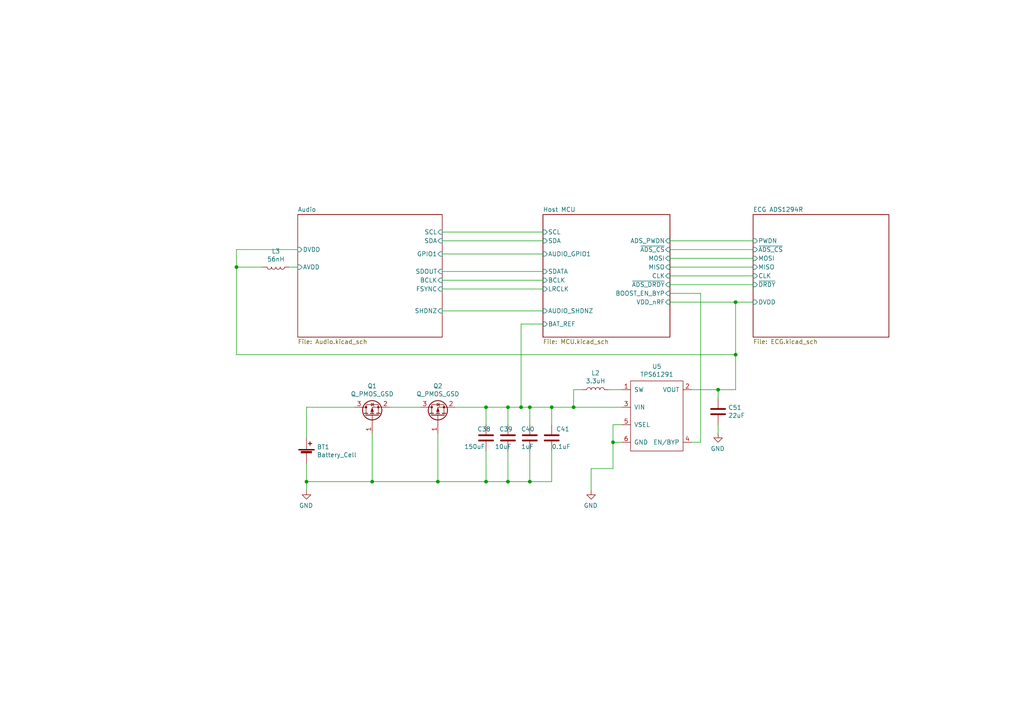
<source format=kicad_sch>
(kicad_sch (version 20250114) (generator "eeschema") (generator_version "9.0")
  (paper "A4")
  (lib_symbols
    (symbol "Device:Battery_Cell" (pin_numbers (hide yes)) (pin_names (offset 0) (hide yes))
      (property "Reference" "BT" (at 2.54 2.54 0))
      (property "Value" "Device_Battery_Cell" (at 2.54 0 0))
      (symbol "Battery_Cell_0_1"
        (rectangle (start -2.286 1.778) (end 2.286 1.524) (fill (type outline)))
        (rectangle (start -1.5748 1.1938) (end 1.4732 0.6858) (fill (type outline)))
        (polyline (pts (xy 0 1.778) (xy 0 2.54)))
        (polyline (pts (xy 0 0.762) (xy 0 0)))
        (polyline (pts (xy 0.508 3.429) (xy 1.524 3.429)) (stroke (width 0.254)))
        (polyline (pts (xy 1.016 3.937) (xy 1.016 2.921)) (stroke (width 0.254)))
      )
      (symbol "Battery_Cell_1_1"
        (pin passive line (at 0 5.08 270) (length 2.54) (name "+") (number "1"))
        (pin passive line (at 0 -2.54 90) (length 2.54) (name "-") (number "2"))
      )
    )
    (symbol "Device:C" (pin_numbers (hide yes)) (pin_names (offset 0.254))
      (property "Reference" "C" (at 0.635 2.54 0))
      (property "Value" "Device_C" (at 0.635 -2.54 0))
      (symbol "C_0_1"
        (polyline (pts (xy -2.032 0.762) (xy 2.032 0.762)) (stroke (width 0.508)))
        (polyline (pts (xy -2.032 -0.762) (xy 2.032 -0.762)) (stroke (width 0.508)))
      )
      (symbol "C_1_1"
        (pin passive line (at 0 3.81 270) (length 2.794) (name "~") (number "1"))
        (pin passive line (at 0 -3.81 90) (length 2.794) (name "~") (number "2"))
      )
    )
    (symbol "Device:L" (pin_numbers (hide yes)) (pin_names (offset 1.016) (hide yes))
      (property "Reference" "L" (at -1.27 0 90))
      (property "Value" "Device_L" (at 1.905 0 90))
      (symbol "L_0_1"
        (arc (start 0 2.54) (mid 0.635 1.905) (end 0 1.27))
        (arc (start 0 1.27) (mid 0.635 0.635) (end 0 0))
        (arc (start 0 0) (mid 0.635 -0.635) (end 0 -1.27))
        (arc (start 0 -1.27) (mid 0.635 -1.905) (end 0 -2.54))
      )
      (symbol "L_1_1"
        (pin passive line (at 0 3.81 270) (length 1.27) (name "1") (number "1"))
        (pin passive line (at 0 -3.81 90) (length 1.27) (name "2") (number "2"))
      )
    )
    (symbol "Device:Q_PMOS_GSD" (pin_names (offset 0) (hide yes))
      (property "Reference" "Q" (at 5.08 1.27 0))
      (property "Value" "Device_Q_PMOS_GSD" (at 5.08 -1.27 0))
      (symbol "Q_PMOS_GSD_0_1"
        (polyline (pts (xy 0.254 1.905) (xy 0.254 -1.905)) (stroke (width 0.254)))
        (polyline (pts (xy 0.254 0) (xy -2.54 0)))
        (polyline (pts (xy 0.762 2.286) (xy 0.762 1.27)) (stroke (width 0.254)))
        (polyline (pts (xy 0.762 1.778) (xy 3.302 1.778) (xy 3.302 -1.778) (xy 0.762 -1.778)))
        (polyline (pts (xy 0.762 0.508) (xy 0.762 -0.508)) (stroke (width 0.254)))
        (polyline (pts (xy 0.762 -1.27) (xy 0.762 -2.286)) (stroke (width 0.254)))
        (circle (center 1.651 0) (radius 2.794) (stroke (width 0.254)))
        (polyline (pts (xy 2.286 0) (xy 1.27 0.381) (xy 1.27 -0.381) (xy 2.286 0)) (fill (type outline)))
        (polyline (pts (xy 2.54 2.54) (xy 2.54 1.778)))
        (circle (center 2.54 1.778) (radius 0.254) (fill (type outline)))
        (circle (center 2.54 -1.778) (radius 0.254) (fill (type outline)))
        (polyline (pts (xy 2.54 -2.54) (xy 2.54 0) (xy 0.762 0)))
        (polyline (pts (xy 2.794 -0.508) (xy 2.921 -0.381) (xy 3.683 -0.381) (xy 3.81 -0.254)))
        (polyline (pts (xy 3.302 -0.381) (xy 2.921 0.254) (xy 3.683 0.254) (xy 3.302 -0.381)))
      )
      (symbol "Q_PMOS_GSD_1_1"
        (pin input line (at -5.08 0 0) (length 2.54) (name "G") (number "1"))
        (pin passive line (at 2.54 5.08 270) (length 2.54) (name "D") (number "3"))
        (pin passive line (at 2.54 -5.08 90) (length 2.54) (name "S") (number "2"))
      )
    )
    (symbol "mobmon_fold:TPS61291" (pin_names (offset 1.016))
      (property "Reference" "U" (at 0 11.43 0))
      (property "Value" "TPS61291" (at 0 -13.97 0))
      (symbol "TPS61291_0_1"
        (rectangle (start -7.62 -10.16) (end 7.62 10.16))
      )
      (symbol "TPS61291_1_1"
        (pin input line (at -10.16 7.62 0) (length 2.54) (name "SW") (number "1"))
        (pin input line (at -10.16 2.54 0) (length 2.54) (name "VIN") (number "3"))
        (pin input line (at -10.16 -2.54 0) (length 2.54) (name "VSEL") (number "5"))
        (pin input line (at -10.16 -7.62 0) (length 2.54) (name "GND") (number "6"))
        (pin input line (at 10.16 7.62 180) (length 2.54) (name "VOUT") (number "2"))
        (pin input line (at 10.16 -7.62 180) (length 2.54) (name "EN/BYP") (number "4"))
      )
    )
    (symbol "power:GND" (power) (pin_names (offset 0))
      (property "Value" "power_GND" (at 0 -3.81 0))
      (symbol "GND_0_1"
        (polyline (pts (xy 0 0) (xy 0 -1.27) (xy 1.27 -1.27) (xy 0 -2.54) (xy -1.27 -1.27) (xy 0 -1.27)))
      )
      (symbol "GND_1_1"
        (pin power_in line (at 0 0 270) (length 0) (hide yes) (name "GND") (number "1"))
      )
    )
  )
  (junction (at 151.13 118.11))
  (junction (at 153.67 118.11))
  (junction (at 140.97 118.11))
  (junction (at 147.32 118.11))
  (junction (at 88.9 139.7))
  (junction (at 147.32 139.7))
  (junction (at 213.36 87.63))
  (junction (at 177.8 128.27))
  (junction (at 166.37 118.11))
  (junction (at 140.97 139.7))
  (junction (at 68.58 77.47))
  (junction (at 127 139.7))
  (junction (at 153.67 139.7))
  (junction (at 208.28 113.03))
  (junction (at 213.36 102.87))
  (junction (at 160.02 118.11))
  (junction (at 107.95 139.7))
  (wire (pts (xy 88.9 142.24) (xy 88.9 139.7)))
  (wire (pts (xy 153.67 123.19) (xy 153.67 118.11)))
  (wire (pts (xy 177.8 128.27) (xy 177.8 135.89)))
  (wire (pts (xy 203.2 85.09) (xy 203.2 128.27)))
  (wire (pts (xy 147.32 118.11) (xy 151.13 118.11)))
  (wire (pts (xy 194.31 80.01) (xy 218.44 80.01)))
  (wire (pts (xy 151.13 93.98) (xy 151.13 118.11)))
  (wire (pts (xy 157.48 73.66) (xy 128.27 73.66)))
  (wire (pts (xy 76.2 77.47) (xy 68.58 77.47)))
  (wire (pts (xy 194.31 87.63) (xy 213.36 87.63)))
  (wire (pts (xy 147.32 139.7) (xy 140.97 139.7)))
  (wire (pts (xy 177.8 123.19) (xy 177.8 128.27)))
  (wire (pts (xy 160.02 139.7) (xy 153.67 139.7)))
  (wire (pts (xy 166.37 118.11) (xy 180.34 118.11)))
  (wire (pts (xy 213.36 87.63) (xy 213.36 102.87)))
  (wire (pts (xy 153.67 118.11) (xy 160.02 118.11)))
  (wire (pts (xy 194.31 69.85) (xy 218.44 69.85)))
  (wire (pts (xy 218.44 87.63) (xy 213.36 87.63)))
  (wire (pts (xy 68.58 102.87) (xy 213.36 102.87)))
  (wire (pts (xy 194.31 85.09) (xy 203.2 85.09)))
  (wire (pts (xy 157.48 78.74) (xy 128.27 78.74)))
  (wire (pts (xy 200.66 113.03) (xy 208.28 113.03)))
  (wire (pts (xy 194.31 74.93) (xy 218.44 74.93)))
  (wire (pts (xy 180.34 128.27) (xy 177.8 128.27)))
  (wire (pts (xy 147.32 130.81) (xy 147.32 139.7)))
  (wire (pts (xy 166.37 113.03) (xy 166.37 118.11)))
  (wire (pts (xy 140.97 118.11) (xy 147.32 118.11)))
  (wire (pts (xy 208.28 113.03) (xy 213.36 113.03)))
  (wire (pts (xy 160.02 118.11) (xy 160.02 123.19)))
  (wire (pts (xy 68.58 77.47) (xy 68.58 72.39)))
  (wire (pts (xy 68.58 72.39) (xy 86.36 72.39)))
  (wire (pts (xy 132.08 118.11) (xy 140.97 118.11)))
  (wire (pts (xy 88.9 118.11) (xy 102.87 118.11)))
  (wire (pts (xy 128.27 69.85) (xy 157.48 69.85)))
  (wire (pts (xy 153.67 130.81) (xy 153.67 139.7)))
  (wire (pts (xy 157.48 93.98) (xy 151.13 93.98)))
  (wire (pts (xy 128.27 81.28) (xy 157.48 81.28)))
  (wire (pts (xy 176.53 113.03) (xy 180.34 113.03)))
  (wire (pts (xy 68.58 77.47) (xy 68.58 102.87)))
  (wire (pts (xy 107.95 139.7) (xy 88.9 139.7)))
  (wire (pts (xy 218.44 77.47) (xy 194.31 77.47)))
  (wire (pts (xy 208.28 125.73) (xy 208.28 123.19)))
  (wire (pts (xy 157.48 67.31) (xy 128.27 67.31)))
  (wire (pts (xy 140.97 123.19) (xy 140.97 118.11)))
  (wire (pts (xy 151.13 118.11) (xy 153.67 118.11)))
  (wire (pts (xy 147.32 123.19) (xy 147.32 118.11)))
  (wire (pts (xy 218.44 72.39) (xy 194.31 72.39)))
  (wire (pts (xy 171.45 142.24) (xy 171.45 135.89)))
  (wire (pts (xy 128.27 90.17) (xy 157.48 90.17)))
  (wire (pts (xy 168.91 113.03) (xy 166.37 113.03)))
  (wire (pts (xy 83.82 77.47) (xy 86.36 77.47)))
  (wire (pts (xy 107.95 125.73) (xy 107.95 139.7)))
  (wire (pts (xy 160.02 118.11) (xy 166.37 118.11)))
  (wire (pts (xy 127 139.7) (xy 107.95 139.7)))
  (wire (pts (xy 121.92 118.11) (xy 113.03 118.11)))
  (wire (pts (xy 88.9 127) (xy 88.9 118.11)))
  (wire (pts (xy 153.67 139.7) (xy 147.32 139.7)))
  (wire (pts (xy 140.97 139.7) (xy 127 139.7)))
  (wire (pts (xy 160.02 130.81) (xy 160.02 139.7)))
  (wire (pts (xy 218.44 82.55) (xy 194.31 82.55)))
  (wire (pts (xy 177.8 135.89) (xy 171.45 135.89)))
  (wire (pts (xy 127 125.73) (xy 127 139.7)))
  (wire (pts (xy 157.48 83.82) (xy 128.27 83.82)))
  (wire (pts (xy 88.9 139.7) (xy 88.9 134.62)))
  (wire (pts (xy 140.97 130.81) (xy 140.97 139.7)))
  (wire (pts (xy 180.34 123.19) (xy 177.8 123.19)))
  (wire (pts (xy 203.2 128.27) (xy 200.66 128.27)))
  (wire (pts (xy 213.36 102.87) (xy 213.36 113.03)))
  (wire (pts (xy 208.28 115.57) (xy 208.28 113.03)))
  (symbol (lib_id "Device:Q_PMOS_GSD") (at 127 120.65 90) (unit 1)
    (property "Reference" "Q2" (at 127 111.9632 90))
    (property "Value" "Q_PMOS_GSD" (at 127 114.2746 90))
    (property "Footprint" "Package_TO_SOT_SMD:SOT-23" (effects (hide yes)))
    (property "MPN" "SI2323DS-T1-E3" (effects (hide yes)))
    (property "Manufacturer" "Vishay Semiconductors" (effects (hide yes)))
  )
  (symbol (lib_id "Device:Q_PMOS_GSD") (at 107.95 120.65 90) (unit 1)
    (property "Reference" "Q1" (at 107.95 111.9632 90))
    (property "Value" "Q_PMOS_GSD" (at 107.95 114.2746 90))
    (property "Footprint" "Package_TO_SOT_SMD:SOT-23" (effects (hide yes)))
    (property "MPN" "SI2323DS-T1-E3" (effects (hide yes)))
    (property "Manufacturer" "Vishay Semiconductors" (effects (hide yes)))
  )
  (symbol (lib_id "power:GND") (at 88.9 142.24 0) (mirror y) (unit 1)
    (property "Reference" "#PWR016" (effects (hide yes)))
    (property "Value" "GND" (at 88.773 146.6342 0))
  )
  (symbol (lib_id "Device:C") (at 140.97 127 0) (unit 1)
    (property "Reference" "C38" (at 138.43 124.46 0) (effects (justify left)))
    (property "Value" "150uF" (at 134.62 129.54 0) (effects (justify left)))
    (property "Footprint" "Capacitor_Tantalum_SMD:CP_EIA-3528-12_Kemet-T" (effects (hide yes)))
    (property "MPN" "TCJB157M006R0055 " (effects (hide yes)))
  )
  (symbol (lib_id "Device:C") (at 147.32 127 0) (unit 1)
    (property "Reference" "C39" (at 144.78 124.46 0) (effects (justify left)))
    (property "Value" "10uF" (at 143.51 129.54 0) (effects (justify left)))
    (property "Footprint" "Capacitor_SMD:C_0603_1608Metric" (effects (hide yes)))
    (property "MPN" "F981A106MMUAJ6 " (effects (hide yes)))
    (property "Manufacturer" "AVX" (effects (hide yes)))
  )
  (symbol (lib_id "Device:C") (at 153.67 127 0) (unit 1)
    (property "Reference" "C40" (at 151.13 124.46 0) (effects (justify left)))
    (property "Value" "1uF" (at 151.13 129.54 0) (effects (justify left)))
    (property "Footprint" "Capacitor_SMD:C_0402_1005Metric" (effects (hide yes)))
    (property "MPN" "CL05B105KQ5NQNC" (effects (hide yes)))
    (property "Manufacturer" "Samsung Electro-Mechanics" (effects (hide yes)))
  )
  (symbol (lib_id "Device:C") (at 160.02 127 0) (unit 1)
    (property "Reference" "C41" (at 161.29 124.46 0) (effects (justify left)))
    (property "Value" "0.1uF" (at 160.02 129.54 0) (effects (justify left)))
    (property "Footprint" "Capacitor_SMD:C_0402_1005Metric" (effects (hide yes)))
    (property "MPN" "EMF105B7104KVHF" (effects (hide yes)))
    (property "Manufacturer" "Taiyo Yuden" (effects (hide yes)))
  )
  (symbol (lib_id "mobmon_fold:TPS61291") (at 190.5 120.65 0) (unit 1)
    (property "Reference" "U5" (at 190.5 106.299 0))
    (property "Value" "TPS61291" (at 190.5 108.6104 0))
    (property "Footprint" "Package_SON:WSON-6-1EP_2x2mm_P0.65mm_EP1x1.6mm" (effects (hide yes)))
    (property "MPN" "TPS61291DRVT" (effects (hide yes)))
    (property "Manufacturer" "Texas Instruments" (effects (hide yes)))
  )
  (symbol (lib_id "Device:L") (at 172.72 113.03 90) (unit 1)
    (property "Reference" "L2" (at 172.72 108.204 90))
    (property "Value" "3.3uH" (at 172.72 110.5154 90))
    (property "Footprint" "Inductor_SMD:L_Wuerth_MAPI-2510" (effects (hide yes)))
    (property "MPN" "74438323033 " (effects (hide yes)))
    (property "Manufacturer" "Wurth Elektronik" (effects (hide yes)))
  )
  (symbol (lib_id "power:GND") (at 171.45 142.24 0) (mirror y) (unit 1)
    (property "Reference" "#PWR030" (effects (hide yes)))
    (property "Value" "GND" (at 171.323 146.6342 0))
  )
  (symbol (lib_id "Device:L") (at 80.01 77.47 270) (unit 1)
    (property "Reference" "L3" (at 80.01 72.8726 90))
    (property "Value" "56nH" (at 80.01 75.184 90))
    (property "Footprint" "Inductor_SMD:L_0402_1005Metric" (effects (hide yes)))
    (property "MPN" "0402DF-560XJRU" (effects (hide yes)))
    (property "Manufacturer" "Coilcraft" (effects (hide yes)))
  )
  (symbol (lib_id "Device:C") (at 208.28 119.38 0) (unit 1)
    (property "Reference" "C51" (at 211.201 118.2116 0) (effects (justify left)))
    (property "Value" "22uF" (at 211.201 120.523 0) (effects (justify left)))
    (property "Footprint" "Capacitor_SMD:C_0603_1608Metric" (effects (hide yes)))
    (property "MPN" "F381A226MMAAXE" (effects (hide yes)))
    (property "Manufacturer" "AVX" (effects (hide yes)))
  )
  (symbol (lib_id "power:GND") (at 208.28 125.73 0) (mirror y) (unit 1)
    (property "Reference" "#PWR0108" (effects (hide yes)))
    (property "Value" "GND" (at 208.153 130.1242 0))
  )
  (symbol (lib_id "Device:Battery_Cell") (at 88.9 132.08 0) (unit 1)
    (property "Reference" "BT1" (at 91.8972 129.6416 0) (effects (justify left)))
    (property "Value" "Battery_Cell" (at 91.8972 131.953 0) (effects (justify left)))
    (property "Footprint" "Battery:BatteryHolder_Keystone_1058_1x2032" (effects (hide yes)))
    (property "MPN" "SMTU2032-C.TR " (effects (hide yes)))
    (property "Manufacturer" "Renata" (effects (hide yes)))
  )
  (sheet (at 157.48 62.23) (size 36.83 35.56)
    (property "Sheetname" "Host MCU" (at 157.48 61.5184 0) (effects (justify left bottom)))
    (property "Sheetfile" "MCU.kicad_sch" (at 157.48 98.3746 0) (effects (justify left top)))
    (pin "MOSI" input (at 194.31 74.93 0))
    (pin "MISO" input (at 194.31 77.47 0))
    (pin "CLK" input (at 194.31 80.01 0))
    (pin "~{ADS_CS}" input (at 194.31 72.39 0))
    (pin "~{ADS_DRDY}" input (at 194.31 82.55 0))
    (pin "VDD_nRF" input (at 194.31 87.63 0))
    (pin "BOOST_EN_BYP" input (at 194.31 85.09 0))
    (pin "LRCLK" input (at 157.48 83.82 180))
    (pin "BCLK" input (at 157.48 81.28 180))
    (pin "SDATA" input (at 157.48 78.74 180))
    (pin "AUDIO_SHDNZ" input (at 157.48 90.17 180))
    (pin "AUDIO_GPIO1" input (at 157.48 73.66 180))
    (pin "ADS_PWDN" input (at 194.31 69.85 0))
    (pin "SDA" input (at 157.48 69.85 180))
    (pin "SCL" input (at 157.48 67.31 180))
    (pin "BAT_REF" input (at 157.48 93.98 180))
  )
  (sheet (at 218.44 62.23) (size 39.37 35.56)
    (property "Sheetname" "ECG ADS1294R" (at 218.44 61.5184 0) (effects (justify left bottom)))
    (property "Sheetfile" "ECG.kicad_sch" (at 218.44 98.3746 0) (effects (justify left top)))
    (pin "MOSI" input (at 218.44 74.93 180))
    (pin "~{ADS_CS}" input (at 218.44 72.39 180))
    (pin "CLK" input (at 218.44 80.01 180))
    (pin "~{DRDY}" input (at 218.44 82.55 180))
    (pin "MISO" input (at 218.44 77.47 180))
    (pin "DVDD" input (at 218.44 87.63 180))
    (pin "PWDN" input (at 218.44 69.85 180))
  )
  (sheet (at 86.36 62.23) (size 41.91 35.56)
    (property "Sheetname" "Audio" (at 86.36 61.5184 0) (effects (justify left bottom)))
    (property "Sheetfile" "Audio.kicad_sch" (at 86.36 98.3746 0) (effects (justify left top)))
    (pin "SHDNZ" input (at 128.27 90.17 0))
    (pin "FSYNC" input (at 128.27 83.82 0))
    (pin "BCLK" input (at 128.27 81.28 0))
    (pin "SDOUT" input (at 128.27 78.74 0))
    (pin "GPIO1" input (at 128.27 73.66 0))
    (pin "SDA" input (at 128.27 69.85 0))
    (pin "SCL" input (at 128.27 67.31 0))
    (pin "DVDD" input (at 86.36 72.39 180))
    (pin "AVDD" input (at 86.36 77.47 180))
  )
)
</source>
